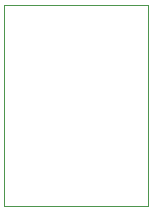
<source format=gbr>
G04 #@! TF.GenerationSoftware,KiCad,Pcbnew,8.0.6*
G04 #@! TF.CreationDate,2024-11-27T10:36:13+01:00*
G04 #@! TF.ProjectId,TDR1,54445231-2e6b-4696-9361-645f70636258,0.1*
G04 #@! TF.SameCoordinates,Original*
G04 #@! TF.FileFunction,Other,User*
%FSLAX46Y46*%
G04 Gerber Fmt 4.6, Leading zero omitted, Abs format (unit mm)*
G04 Created by KiCad (PCBNEW 8.0.6) date 2024-11-27 10:36:13*
%MOMM*%
%LPD*%
G01*
G04 APERTURE LIST*
%ADD10C,0.050000*%
G04 APERTURE END LIST*
D10*
G04 #@! TO.C,J3*
X15530000Y32570000D02*
X15530000Y15570000D01*
X27710000Y32570000D02*
X15530000Y32570000D01*
X27710000Y32570000D02*
X27710000Y15570000D01*
X27710000Y15570000D02*
X15530000Y15570000D01*
G04 #@! TD*
M02*

</source>
